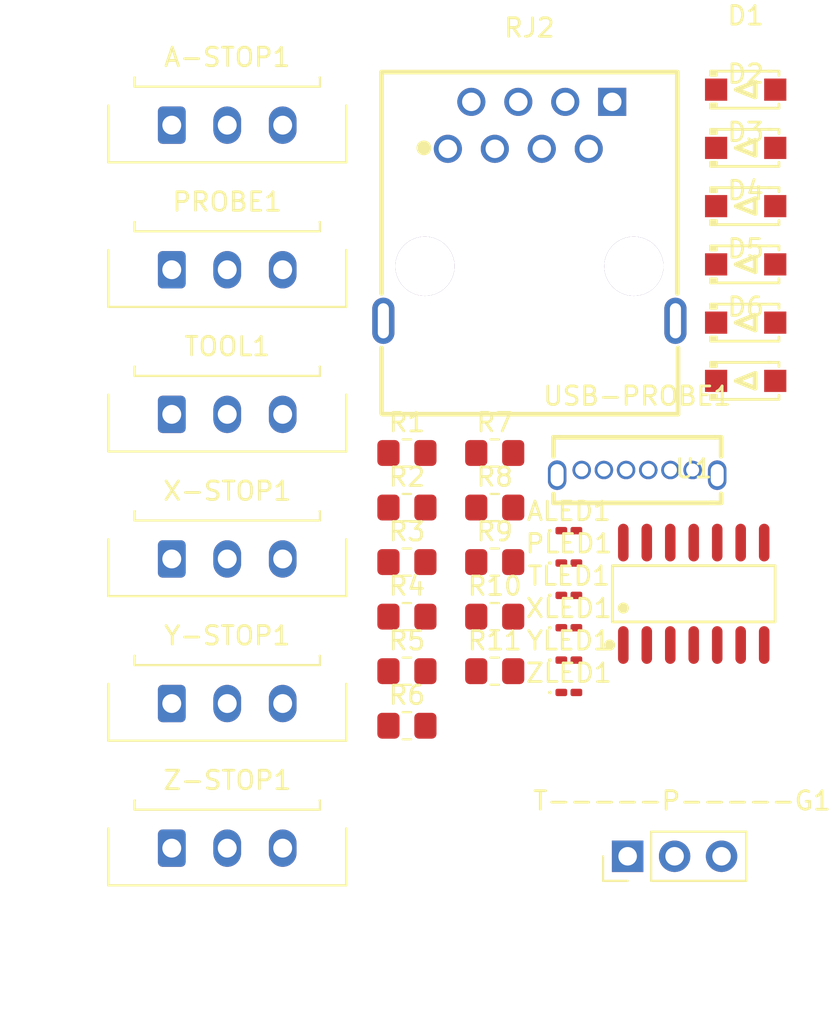
<source format=kicad_pcb>
(kicad_pcb (version 20240108) (generator "pcbnew") (generator_version "8.0")
  (layers (0 "F.Cu" signal) (31 "B.Cu" signal) (34 "B.Paste" user) (35 "F.Paste" user) (36 "B.SilkS" user "B.Silkscreen") (37 "F.SilkS" user "F.Silkscreen") (38 "B.Mask" user) (39 "F.Mask" user) (44 "Edge.Cuts" user))
  (net 0 "")
  (net 1 "GND")
  (net 2 "Net-(D4-K)")
  (net 3 "Aend")
  (net 4 "Net-(ALED1--)")
  (net 5 "VCC")
  (net 6 "Net-(D1-K)")
  (net 7 "Net-(D2-K)")
  (net 8 "Net-(D3-K)")
  (net 9 "Net-(D5-K)")
  (net 10 "Net-(D6-K)")
  (net 11 "Net-(PLED1--)")
  (net 12 "Probe2")
  (net 13 "Net-(XLED1--)")
  (net 14 "Xend2")
  (net 15 "Yend2")
  (net 16 "Net-(YLED1--)")
  (net 17 "Zend2")
  (net 18 "Net-(ZLED1--)")
  (net 19 "Tool")
  (net 20 "Net-(TLED1--)")
  (net 21 "Xend1")
  (net 22 "Yend1")
  (net 23 "Zend1")
  (net 24 "Probe1")
  (net 25 "Shield")
  (net 33 "Probe")
  (footprint "Resistor_SMD:R_0805_2012Metric_Pad1.20x1.40mm_HandSolder" (layer "F.Cu") (at 126.87 89.19)
    (property "Reference" "R7" (at 0 -1.65 0) (layer "F.SilkS"))
    (property "Value" "33K")
    (fp_line (start -0.227064 -0.735) (end 0.227064 -0.735) (stroke (width 0.12)) (layer "F.SilkS"))
    (fp_line (start -0.227064 0.735) (end 0.227064 0.735) (stroke (width 0.12)) (layer "F.SilkS"))
    (pad "1" smd roundrect (at -1 0) (size 1.2 1.4) (layers "F.Cu" "F.Paste" "F.Mask") (roundrect_rratio 0.208333) (net 21 "Xend1"))
    (pad "2" smd roundrect (at 1 0) (size 1.2 1.4) (layers "F.Cu" "F.Paste" "F.Mask") (roundrect_rratio 0.208333) (net 5 "VCC"))
  )
  (footprint "thin sensor pcb custom:USB-C-TH_KH-TYPE-C-L10-6P" (layer "F.Cu") (at 134.575 90.25)
    (property "Reference" "USB-PROBE1" (at 0 -4.14 0) (layer "F.SilkS"))
    (property "Value" "KH-TYPE-C-L10-6P")
    (fp_line (start -4.53 -1.91) (end -4.53 -0.88) (stroke (width 0.25)) (layer "F.SilkS"))
    (fp_line (start -4.53 1.16) (end -4.53 1.64) (stroke (width 0.25)) (layer "F.SilkS"))
    (fp_line (start -4.53 1.64) (end -4.19 1.64) (stroke (width 0.25)) (layer "F.SilkS"))
    (fp_line (start -4.19 -1.91) (end -4.53 -1.91) (stroke (width 0.25)) (layer "F.SilkS"))
    (fp_line (start -4.19 -1.91) (end 4.21 -1.91) (stroke (width 0.25)) (layer "F.SilkS"))
    (fp_line (start -4.19 1.64) (end -4.19 1.64) (stroke (width 0.25)) (layer "F.SilkS"))
    (fp_line (start -4.19 1.64) (end 4.21 1.64) (stroke (width 0.25)) (layer "F.SilkS"))
    (fp_line (start 3.96 1.64) (end 3.96 1.64) (stroke (width 0.25)) (layer "F.SilkS"))
    (fp_line (start 4.21 -1.91) (end 4.54 -1.91) (stroke (width 0.25)) (layer "F.SilkS"))
    (fp_line (start 4.54 -1.91) (end 4.54 -0.88) (stroke (width 0.25)) (layer "F.SilkS"))
    (fp_line (start 4.54 1.15) (end 4.54 1.64) (stroke (width 0.25)) (layer "F.SilkS"))
    (fp_line (start 4.54 1.64) (end 3.96 1.64) (stroke (width 0.25)) (layer "F.SilkS"))
    (pad "1" thru_hole oval (at -4.33 0.14) (size 1 1.6) (drill oval 0.700024 1.199998) (layers "*.Cu" "*.Mask") (net 25 "Shield"))
    (pad "2" thru_hole oval (at 4.33 0.14) (size 1 1.6) (drill oval 0.700024 1.199998) (layers "*.Cu" "*.Mask") (net 25 "Shield"))
    (pad "A5" thru_hole circle (at -0.6 -0.14) (size 1 1) (drill 0.700024) (layers "*.Cu" "*.Mask") (net 12 "Probe2"))
    (pad "A9" thru_hole circle (at 1.8 -0.14) (size 1 1) (drill 0.700024) (layers "*.Cu" "*.Mask") (net 5 "VCC"))
    (pad "A12" thru_hole circle (at 3 -0.14) (size 1 1) (drill 0.700024) (layers "*.Cu" "*.Mask") (net 1 "GND"))
    (pad "B5" thru_hole circle (at 0.6 -0.14) (size 1 1) (drill 0.700024) (layers "*.Cu" "*.Mask") (net 12 "Probe2"))
    (pad "B9" thru_hole circle (at -1.8 -0.14) (size 1 1) (drill 0.700024) (layers "*.Cu" "*.Mask") (net 5 "VCC"))
    (pad "B12" thru_hole circle (at -3 -0.14) (size 1 1) (drill 0.700024) (layers "*.Cu" "*.Mask") (net 1 "GND"))
  )
  (footprint "Resistor_SMD:R_0805_2012Metric_Pad1.20x1.40mm_HandSolder" (layer "F.Cu") (at 122.12 92.14)
    (property "Reference" "R2" (at 0 -1.65 0) (layer "F.SilkS"))
    (property "Value" "3.3K")
    (fp_line (start -0.227064 -0.735) (end 0.227064 -0.735) (stroke (width 0.12)) (layer "F.SilkS"))
    (fp_line (start -0.227064 0.735) (end 0.227064 0.735) (stroke (width 0.12)) (layer "F.SilkS"))
    (pad "1" smd roundrect (at -1 0) (size 1.2 1.4) (layers "F.Cu" "F.Paste" "F.Mask") (roundrect_rratio 0.208333) (net 15 "Yend2"))
    (pad "2" smd roundrect (at 1 0) (size 1.2 1.4) (layers "F.Cu" "F.Paste" "F.Mask") (roundrect_rratio 0.208333) (net 16 "Net-(YLED1--)"))
  )
  (footprint "Resistor_SMD:R_0805_2012Metric_Pad1.20x1.40mm_HandSolder" (layer "F.Cu") (at 126.87 98.04)
    (property "Reference" "R10" (at 0 -1.65 0) (layer "F.SilkS"))
    (property "Value" "33K")
    (fp_line (start -0.227064 -0.735) (end 0.227064 -0.735) (stroke (width 0.12)) (layer "F.SilkS"))
    (fp_line (start -0.227064 0.735) (end 0.227064 0.735) (stroke (width 0.12)) (layer "F.SilkS"))
    (pad "1" smd roundrect (at -1 0) (size 1.2 1.4) (layers "F.Cu" "F.Paste" "F.Mask") (roundrect_rratio 0.208333) (net 19 "Tool"))
    (pad "2" smd roundrect (at 1 0) (size 1.2 1.4) (layers "F.Cu" "F.Paste" "F.Mask") (roundrect_rratio 0.208333) (net 5 "VCC"))
  )
  (footprint "LED_SMD:LED_0201_0603Metric_Pad0.64x0.40mm_HandSolder" (layer "F.Cu") (at 130.88 98.64)
    (property "Reference" "XLED1" (at 0 -1.05 0) (layer "F.SilkS"))
    (property "Value" "SZYY0603R")
    (fp_circle (center -1.035 0) (end -0.985 0) (stroke (width 0.1)) (fill none) (layer "F.SilkS"))
    (pad "1" smd roundrect (at -0.4075 0) (size 0.635 0.4) (layers "F.Cu" "F.Mask") (net 5 "VCC"))
    (pad "2" smd roundrect (at 0.4075 0) (size 0.635 0.4) (layers "F.Cu" "F.Mask") (net 13 "Net-(XLED1--)"))
  )
  (footprint "thin sensor pcb custom:SOD-123FL_L2.8-W1.8-LS3.7-RD" (layer "F.Cu") (at 140.445 75.84)
    (property "Reference" "D3" (at 0 -4 0) (layer "F.SilkS"))
    (property "Value" "DSS14")
    (fp_line (start -1.9 -1) (end -1.9 -0.78) (stroke (width 0.15)) (layer "F.SilkS"))
    (fp_line (start -1.9 0.78) (end -1.9 1) (stroke (width 0.15)) (layer "F.SilkS"))
    (fp_line (start -1.9 1) (end 1.6 1) (stroke (width 0.15)) (layer "F.SilkS"))
    (fp_line (start -1.79 -0.78) (end -1.79 -1) (stroke (width 0.15)) (layer "F.SilkS"))
    (fp_line (start -1.79 1) (end -1.79 0.78) (stroke (width 0.15)) (layer "F.SilkS"))
    (fp_line (start -1.69 -1) (end -1.69 -0.78) (stroke (width 0.15)) (layer "F.SilkS"))
    (fp_line (start -1.69 0.78) (end -1.69 1) (stroke (width 0.15)) (layer "F.SilkS"))
    (fp_line (start -1.59 -1) (end -1.59 -0.78) (stroke (width 0.15)) (layer "F.SilkS"))
    (fp_line (start -1.59 -0.78) (end -1.9 -0.78) (stroke (width 0.15)) (layer "F.SilkS"))
    (fp_line (start -1.59 0.78) (end -1.9 0.78) (stroke (width 0.15)) (layer "F.SilkS"))
    (fp_line (start -1.59 0.78) (end -1.59 1) (stroke (width 0.15)) (layer "F.SilkS"))
    (fp_line (start -0.51 0) (end 0.51 -0.41) (stroke (width 0.25)) (layer "F.SilkS"))
    (fp_line (start 0.51 -0.41) (end 0.51 0.4) (stroke (width 0.25)) (layer "F.SilkS"))
    (fp_line (start 0.51 0.4) (end -0.51 0) (stroke (width 0.25)) (layer "F.SilkS"))
    (fp_line (start 1.4 -1) (end -1.9 -1) (stroke (width 0.15)) (layer "F.SilkS"))
    (fp_line (start 1.6 1) (end 1.8 1) (stroke (width 0.15)) (layer "F.SilkS"))
    (fp_line (start 1.8 -1) (end 1.2 -1) (stroke (width 0.15)) (layer "F.SilkS"))
    (fp_line (start 1.8 -0.78) (end 1.8 -1) (stroke (width 0.15)) (layer "F.SilkS"))
    (fp_line (start 1.8 1) (end 1.8 0.78) (stroke (width 0.15)) (layer "F.SilkS"))
    (pad "1" smd rect (at -1.6 0) (size 1.2 1.2) (layers "F.Cu" "F.Paste" "F.Mask") (net 8 "Net-(D3-K)"))
    (pad "2" smd rect (at 1.6 0) (size 1.2 1.2) (layers "F.Cu" "F.Paste" "F.Mask") (net 5 "VCC"))
  )
  (footprint "Resistor_SMD:R_0805_2012Metric_Pad1.20x1.40mm_HandSolder" (layer "F.Cu") (at 126.87 92.14)
    (property "Reference" "R8" (at 0 -1.65 0) (layer "F.SilkS"))
    (property "Value" "33K")
    (fp_line (start -0.227064 -0.735) (end 0.227064 -0.735) (stroke (width 0.12)) (layer "F.SilkS"))
    (fp_line (start -0.227064 0.735) (end 0.227064 0.735) (stroke (width 0.12)) (layer "F.SilkS"))
    (pad "1" smd roundrect (at -1 0) (size 1.2 1.4) (layers "F.Cu" "F.Paste" "F.Mask") (roundrect_rratio 0.208333) (net 22 "Yend1"))
    (pad "2" smd roundrect (at 1 0) (size 1.2 1.4) (layers "F.Cu" "F.Paste" "F.Mask") (roundrect_rratio 0.208333) (net 5 "VCC"))
  )
  (footprint "thin sensor pcb custom:SOD-123FL_L2.8-W1.8-LS3.7-RD" (layer "F.Cu") (at 140.445 69.54)
    (property "Reference" "D1" (at 0 -4 0) (layer "F.SilkS"))
    (property "Value" "DSS14")
    (fp_line (start -1.9 -1) (end -1.9 -0.78) (stroke (width 0.15)) (layer "F.SilkS"))
    (fp_line (start -1.9 0.78) (end -1.9 1) (stroke (width 0.15)) (layer "F.SilkS"))
    (fp_line (start -1.9 1) (end 1.6 1) (stroke (width 0.15)) (layer "F.SilkS"))
    (fp_line (start -1.79 -0.78) (end -1.79 -1) (stroke (width 0.15)) (layer "F.SilkS"))
    (fp_line (start -1.79 1) (end -1.79 0.78) (stroke (width 0.15)) (layer "F.SilkS"))
    (fp_line (start -1.69 -1) (end -1.69 -0.78) (stroke (width 0.15)) (layer "F.SilkS"))
    (fp_line (start -1.69 0.78) (end -1.69 1) (stroke (width 0.15)) (layer "F.SilkS"))
    (fp_line (start -1.59 -1) (end -1.59 -0.78) (stroke (width 0.15)) (layer "F.SilkS"))
    (fp_line (start -1.59 -0.78) (end -1.9 -0.78) (stroke (width 0.15)) (layer "F.SilkS"))
    (fp_line (start -1.59 0.78) (end -1.9 0.78) (stroke (width 0.15)) (layer "F.SilkS"))
    (fp_line (start -1.59 0.78) (end -1.59 1) (stroke (width 0.15)) (layer "F.SilkS"))
    (fp_line (start -0.51 0) (end 0.51 -0.41) (stroke (width 0.25)) (layer "F.SilkS"))
    (fp_line (start 0.51 -0.41) (end 0.51 0.4) (stroke (width 0.25)) (layer "F.SilkS"))
    (fp_line (start 0.51 0.4) (end -0.51 0) (stroke (width 0.25)) (layer "F.SilkS"))
    (fp_line (start 1.4 -1) (end -1.9 -1) (stroke (width 0.15)) (layer "F.SilkS"))
    (fp_line (start 1.6 1) (end 1.8 1) (stroke (width 0.15)) (layer "F.SilkS"))
    (fp_line (start 1.8 -1) (end 1.2 -1) (stroke (width 0.15)) (layer "F.SilkS"))
    (fp_line (start 1.8 -0.78) (end 1.8 -1) (stroke (width 0.15)) (layer "F.SilkS"))
    (fp_line (start 1.8 1) (end 1.8 0.78) (stroke (width 0.15)) (layer "F.SilkS"))
    (pad "1" smd rect (at -1.6 0) (size 1.2 1.2) (layers "F.Cu" "F.Paste" "F.Mask") (net 6 "Net-(D1-K)"))
    (pad "2" smd rect (at 1.6 0) (size 1.2 1.2) (layers "F.Cu" "F.Paste" "F.Mask") (net 5 "VCC"))
  )
  (footprint "Connector_Molex:Molex_Micro-Fit_3.0_43650-0315_1x03_P3.00mm_Vertical" (layer "F.Cu") (at 109.4 94.92)
    (property "Reference" "X-STOP1" (at 3 -3.67 0) (layer "F.SilkS"))
    (property "Value" "Molex Microfit 3.0 43650-0315")
    (fp_line (start -3.435 -1.065) (end -3.435 2.01) (stroke (width 0.12)) (layer "F.SilkS"))
    (fp_line (start -3.435 2.01) (end 9.435 2.01) (stroke (width 0.12)) (layer "F.SilkS"))
    (fp_line (start -2.015 -2.58) (end -2.015 -2.08) (stroke (width 0.12)) (layer "F.SilkS"))
    (fp_line (start -2.015 -2.08) (end 8.015 -2.08) (stroke (width 0.12)) (layer "F.SilkS"))
    (fp_line (start -1.995 -2.58) (end -2.015 -2.58) (stroke (width 0.12)) (layer "F.SilkS"))
    (fp_line (start 8.015 -2.58) (end 7.995 -2.58) (stroke (width 0.12)) (layer "F.SilkS"))
    (fp_line (start 8.015 -2.08) (end 8.015 -2.58) (stroke (width 0.12)) (layer "F.SilkS"))
    (fp_line (start 9.435 2.01) (end 9.435 -1.065) (stroke (width 0.12)) (layer "F.SilkS"))
    (pad "" np_thru_hole circle (at -3 -1.96) (size 1.27 1.27) (drill 1.27) (layers "*.Cu" "*.Mask"))
    (pad "" np_thru_hole circle (at 9 -1.96) (size 1.27 1.27) (drill 1.27) (layers "*.Cu" "*.Mask"))
    (pad "1" thru_hole roundrect (at 0 0) (size 1.5 2.02) (drill 1.02) (layers "*.Cu" "*.Mask") (roundrect_rratio 0.166667) (net 1 "GND"))
    (pad "2" thru_hole oval (at 3 0) (size 1.5 2.02) (drill 1.02) (layers "*.Cu" "*.Mask") (net 14 "Xend2"))
    (pad "3" thru_hole oval (at 6 0) (size 1.5 2.02) (drill 1.02) (layers "*.Cu" "*.Mask") (net 6 "Net-(D1-K)"))
  )
  (footprint "thin sensor pcb custom:SOD-123FL_L2.8-W1.8-LS3.7-RD" (layer "F.Cu") (at 140.445 82.14)
    (property "Reference" "D5" (at 0 -4 0) (layer "F.SilkS"))
    (property "Value" "DSS14")
    (fp_line (start -1.9 -1) (end -1.9 -0.78) (stroke (width 0.15)) (layer "F.SilkS"))
    (fp_line (start -1.9 0.78) (end -1.9 1) (stroke (width 0.15)) (layer "F.SilkS"))
    (fp_line (start -1.9 1) (end 1.6 1) (stroke (width 0.15)) (layer "F.SilkS"))
    (fp_line (start -1.79 -0.78) (end -1.79 -1) (stroke (width 0.15)) (layer "F.SilkS"))
    (fp_line (start -1.79 1) (end -1.79 0.78) (stroke (width 0.15)) (layer "F.SilkS"))
    (fp_line (start -1.69 -1) (end -1.69 -0.78) (stroke (width 0.15)) (layer "F.SilkS"))
    (fp_line (start -1.69 0.78) (end -1.69 1) (stroke (width 0.15)) (layer "F.SilkS"))
    (fp_line (start -1.59 -1) (end -1.59 -0.78) (stroke (width 0.15)) (layer "F.SilkS"))
    (fp_line (start -1.59 -0.78) (end -1.9 -0.78) (stroke (width 0.15)) (layer "F.SilkS"))
    (fp_line (start -1.59 0.78) (end -1.9 0.78) (stroke (width 0.15)) (layer "F.SilkS"))
    (fp_line (start -1.59 0.78) (end -1.59 1) (stroke (width 0.15)) (layer "F.SilkS"))
    (fp_line (start -0.51 0) (end 0.51 -0.41) (stroke (width 0.25)) (layer "F.SilkS"))
    (fp_line (start 0.51 -0.41) (end 0.51 0.4) (stroke (width 0.25)) (layer "F.SilkS"))
    (fp_line (start 0.51 0.4) (end -0.51 0) (stroke (width 0.25)) (layer "F.SilkS"))
    (fp_line (start 1.4 -1) (end -1.9 -1) (stroke (width 0.15)) (layer "F.SilkS"))
    (fp_line (start 1.6 1) (end 1.8 1) (stroke (width 0.15)) (layer "F.SilkS"))
    (fp_line (start 1.8 -1) (end 1.2 -1) (stroke (width 0.15)) (layer "F.SilkS"))
    (fp_line (start 1.8 -0.78) (end 1.8 -1) (stroke (width 0.15)) (layer "F.SilkS"))
    (fp_line (start 1.8 1) (end 1.8 0.78) (stroke (width 0.15)) (layer "F.SilkS"))
    (pad "1" smd rect (at -1.6 0) (size 1.2 1.2) (layers "F.Cu" "F.Paste" "F.Mask") (net 9 "Net-(D5-K)"))
    (pad "2" smd rect (at 1.6 0) (size 1.2 1.2) (layers "F.Cu" "F.Paste" "F.Mask") (net 5 "VCC"))
  )
  (footprint "LED_SMD:LED_0201_0603Metric_Pad0.64x0.40mm_HandSolder" (layer "F.Cu") (at 130.88 100.39)
    (property "Reference" "YLED1" (at 0 -1.05 0) (layer "F.SilkS"))
    (property "Value" "SZYY0603B")
    (fp_circle (center -1.035 0) (end -0.985 0) (stroke (width 0.1)) (fill none) (layer "F.SilkS"))
    (pad "1" smd roundrect (at -0.4075 0) (size 0.635 0.4) (layers "F.Cu" "F.Mask") (net 5 "VCC"))
    (pad "2" smd roundrect (at 0.4075 0) (size 0.635 0.4) (layers "F.Cu" "F.Mask") (net 16 "Net-(YLED1--)"))
  )
  (footprint "Resistor_SMD:R_0805_2012Metric_Pad1.20x1.40mm_HandSolder" (layer "F.Cu") (at 122.12 89.19)
    (property "Reference" "R1" (at 0 -1.65 0) (layer "F.SilkS"))
    (property "Value" "3.3K")
    (fp_line (start -0.227064 -0.735) (end 0.227064 -0.735) (stroke (width 0.12)) (layer "F.SilkS"))
    (fp_line (start -0.227064 0.735) (end 0.227064 0.735) (stroke (width 0.12)) (layer "F.SilkS"))
    (pad "1" smd roundrect (at -1 0) (size 1.2 1.4) (layers "F.Cu" "F.Paste" "F.Mask") (roundrect_rratio 0.208333) (net 14 "Xend2"))
    (pad "2" smd roundrect (at 1 0) (size 1.2 1.4) (layers "F.Cu" "F.Paste" "F.Mask") (roundrect_rratio 0.208333) (net 13 "Net-(XLED1--)"))
  )
  (footprint "Resistor_SMD:R_0805_2012Metric_Pad1.20x1.40mm_HandSolder" (layer "F.Cu") (at 126.87 95.09)
    (property "Reference" "R9" (at 0 -1.65 0) (layer "F.SilkS"))
    (property "Value" "33K")
    (fp_line (start -0.227064 -0.735) (end 0.227064 -0.735) (stroke (width 0.12)) (layer "F.SilkS"))
    (fp_line (start -0.227064 0.735) (end 0.227064 0.735) (stroke (width 0.12)) (layer "F.SilkS"))
    (pad "1" smd roundrect (at -1 0) (size 1.2 1.4) (layers "F.Cu" "F.Paste" "F.Mask") (roundrect_rratio 0.208333) (net 23 "Zend1"))
    (pad "2" smd roundrect (at 1 0) (size 1.2 1.4) (layers "F.Cu" "F.Paste" "F.Mask") (roundrect_rratio 0.208333) (net 5 "VCC"))
  )
  (footprint "thin sensor pcb custom:SOIC-14_L8.7-W3.9-P1.27-LS6.0-BL" (layer "F.Cu") (at 137.635 96.805)
    (property "Reference" "U1" (at 0 -6.77 0) (layer "F.SilkS"))
    (property "Value" "CD4030BM96")
    (fp_line (start -4.4 -1.52) (end 4.4 -1.52) (stroke (width 0.15)) (layer "F.SilkS"))
    (fp_line (start -4.4 1.52) (end -4.4 -1.52) (stroke (width 0.15)) (layer "F.SilkS"))
    (fp_line (start 4.4 -1.52) (end 4.4 1.52) (stroke (width 0.15)) (layer "F.SilkS"))
    (fp_line (start 4.4 1.52) (end -4.4 1.52) (stroke (width 0.15)) (layer "F.SilkS"))
    (fp_circle (center -4.55 2.77) (end -4.4 2.77) (stroke (width 0.3)) (fill none) (layer "F.SilkS"))
    (fp_circle (center -3.81 0.77) (end -3.66 0.77) (stroke (width 0.3)) (fill none) (layer "F.SilkS"))
    (pad "1" smd oval (at -3.81 2.77) (size 0.57 2.04) (layers "F.Cu" "F.Paste" "F.Mask"))
    (pad "2" smd oval (at -2.54 2.77) (size 0.57 2.04) (layers "F.Cu" "F.Paste" "F.Mask"))
    (pad "3" smd oval (at -1.27 2.77) (size 0.57 2.04) (layers "F.Cu" "F.Paste" "F.Mask"))
    (pad "4" smd oval (at 0 2.77) (size 0.57 2.04) (layers "F.Cu" "F.Paste" "F.Mask"))
    (pad "5" smd oval (at 1.27 2.77) (size 0.57 2.04) (layers "F.Cu" "F.Paste" "F.Mask"))
    (pad "6" smd oval (at 2.54 2.77) (size 0.57 2.04) (layers "F.Cu" "F.Paste" "F.Mask"))
    (pad "7" smd oval (at 3.81 2.77) (size 0.57 2.04) (layers "F.Cu" "F.Paste" "F.Mask") (net 1 "GND"))
    (pad "8" smd oval (at 3.81 -2.77) (size 0.57 2.04) (layers "F.Cu" "F.Paste" "F.Mask"))
    (pad "9" smd oval (at 2.54 -2.77) (size 0.57 2.04) (layers "F.Cu" "F.Paste" "F.Mask"))
    (pad "10" smd oval (at 1.27 -2.77) (size 0.57 2.04) (layers "F.Cu" "F.Paste" "F.Mask"))
    (pad "11" smd oval (at 0 -2.77) (size 0.57 2.04) (layers "F.Cu" "F.Paste" "F.Mask") (net 33 "Probe"))
    (pad "12" smd oval (at -1.27 -2.77) (size 0.57 2.04) (layers "F.Cu" "F.Paste" "F.Mask") (net 24 "Probe1"))
    (pad "13" smd oval (at -2.54 -2.77) (size 0.57 2.04) (layers "F.Cu" "F.Paste" "F.Mask") (net 12 "Probe2"))
    (pad "14" smd oval (at -3.81 -2.77) (size 0.57 2.04) (layers "F.Cu" "F.Paste" "F.Mask") (net 5 "VCC"))
  )
  (footprint "Resistor_SMD:R_0805_2012Metric_Pad1.20x1.40mm_HandSolder" (layer "F.Cu") (at 122.12 100.99)
    (property "Reference" "R5" (at 0 -1.65 0) (layer "F.SilkS"))
    (property "Value" "3.3K")
    (fp_line (start -0.227064 -0.735) (end 0.227064 -0.735) (stroke (width 0.12)) (layer "F.SilkS"))
    (fp_line (start -0.227064 0.735) (end 0.227064 0.735) (stroke (width 0.12)) (layer "F.SilkS"))
    (pad "1" smd roundrect (at -1 0) (size 1.2 1.4) (layers "F.Cu" "F.Paste" "F.Mask") (roundrect_rratio 0.208333) (net 19 "Tool"))
    (pad "2" smd roundrect (at 1 0) (size 1.2 1.4) (layers "F.Cu" "F.Paste" "F.Mask") (roundrect_rratio 0.208333) (net 20 "Net-(TLED1--)"))
  )
  (footprint "Connector_PinHeader_2.54mm:PinHeader_1x03_P2.54mm_Vertical" (layer "F.Cu") (at 134.06 111 90)
    (property "Reference" "T-----P-----G1" (at 3 2.94 180) (layer "F.SilkS"))
    (property "Value" "Header-Male-2.54_1x3")
    (fp_line (start -1.33 -1.33) (end 0 -1.33) (stroke (width 0.12)) (layer "F.SilkS"))
    (fp_line (start -1.33 0) (end -1.33 -1.33) (stroke (width 0.12)) (layer "F.SilkS"))
    (fp_line (start 1.33 1.27) (end 1.33 6.41) (stroke (width 0.12)) (layer "F.SilkS"))
    (fp_line (start -1.33 1.27) (end 1.33 1.27) (stroke (width 0.12)) (layer "F.SilkS"))
    (fp_line (start -1.33 1.27) (end -1.33 6.41) (stroke (width 0.12)) (layer "F.SilkS"))
    (fp_line (start -1.33 6.41) (end 1.33 6.41) (stroke (width 0.12)) (layer "F.SilkS"))
    (pad "1" thru_hole rect (at 0 0 90) (size 1.7 1.7) (drill 1) (layers "*.Cu" "*.Mask") (net 19 "Tool"))
    (pad "2" thru_hole oval (at 0 2.54 90) (size 1.7 1.7) (drill 1) (layers "*.Cu" "*.Mask") (net 24 "Probe1"))
    (pad "3" thru_hole oval (at 0 5.08 90) (size 1.7 1.7) (drill 1) (layers "*.Cu" "*.Mask") (net 1 "GND"))
  )
  (footprint "Resistor_SMD:R_0805_2012Metric_Pad1.20x1.40mm_HandSolder" (layer "F.Cu") (at 122.12 98.04)
    (property "Reference" "R4" (at 0 -1.65 0) (layer "F.SilkS"))
    (property "Value" "3.3K")
    (fp_line (start -0.227064 -0.735) (end 0.227064 -0.735) (stroke (width 0.12)) (layer "F.SilkS"))
    (fp_line (start -0.227064 0.735) (end 0.227064 0.735) (stroke (width 0.12)) (layer "F.SilkS"))
    (pad "1" smd roundrect (at -1 0) (size 1.2 1.4) (layers "F.Cu" "F.Paste" "F.Mask") (roundrect_rratio 0.208333) (net 3 "Aend"))
    (pad "2" smd roundrect (at 1 0) (size 1.2 1.4) (layers "F.Cu" "F.Paste" "F.Mask") (roundrect_rratio 0.208333) (net 4 "Net-(ALED1--)"))
  )
  (footprint "LED_SMD:LED_0201_0603Metric_Pad0.64x0.40mm_HandSolder" (layer "F.Cu") (at 130.88 102.14)
    (property "Reference" "ZLED1" (at 0 -1.05 0) (layer "F.SilkS"))
    (property "Value" "SZYY0603R")
    (fp_circle (center -1.035 0) (end -0.985 0) (stroke (width 0.1)) (fill none) (layer "F.SilkS"))
    (pad "1" smd roundrect (at -0.4075 0) (size 0.635 0.4) (layers "F.Cu" "F.Mask") (net 5 "VCC"))
    (pad "2" smd roundrect (at 0.4075 0) (size 0.635 0.4) (layers "F.Cu" "F.Mask") (net 18 "Net-(ZLED1--)"))
  )
  (footprint "LED_SMD:LED_0201_0603Metric_Pad0.64x0.40mm_HandSolder" (layer "F.Cu") (at 130.88 93.39)
    (property "Reference" "ALED1" (at 0 -1.05 0) (layer "F.SilkS"))
    (property "Value" "SZYY0603B")
    (fp_circle (center -1.035 0) (end -0.985 0) (stroke (width 0.1)) (fill none) (layer "F.SilkS"))
    (pad "1" smd roundrect (at -0.4075 0) (size 0.635 0.4) (layers "F.Cu" "F.Mask") (net 5 "VCC"))
    (pad "2" smd roundrect (at 0.4075 0) (size 0.635 0.4) (layers "F.Cu" "F.Mask") (net 4 "Net-(ALED1--)"))
  )
  (footprint "Connector_Molex:Molex_Micro-Fit_3.0_43650-0315_1x03_P3.00mm_Vertical" (layer "F.Cu") (at 109.4 79.28)
    (property "Reference" "PROBE1" (at 3 -3.67 0) (layer "F.SilkS"))
    (property "Value" "Molex Microfit 3.0 43650-0315")
    (fp_line (start -3.435 -1.065) (end -3.435 2.01) (stroke (width 0.12)) (layer "F.SilkS"))
    (fp_line (start -3.435 2.01) (end 9.435 2.01) (stroke (width 0.12)) (layer "F.SilkS"))
    (fp_line (start -2.015 -2.58) (end -2.015 -2.08) (stroke (width 0.12)) (layer "F.SilkS"))
    (fp_line (start -2.015 -2.08) (end 8.015 -2.08) (stroke (width 0.12)) (layer "F.SilkS"))
    (fp_line (start -1.995 -2.58) (end -2.015 -2.58) (stroke (width 0.12)) (layer "F.SilkS"))
    (fp_line (start 8.015 -2.58) (end 7.995 -2.58) (stroke (width 0.12)) (layer "F.SilkS"))
    (fp_line (start 8.015 -2.08) (end 8.015 -2.58) (stroke (width 0.12)) (layer "F.SilkS"))
    (fp_line (start 9.435 2.01) (end 9.435 -1.065) (stroke (width 0.12)) (layer "F.SilkS"))
    (pad "" np_thru_hole circle (at -3 -1.96) (size 1.27 1.27) (drill 1.27) (layers "*.Cu" "*.Mask"))
    (pad "" np_thru_hole circle (at 9 -1.96) (size 1.27 1.27) (drill 1.27) (layers "*.Cu" "*.Mask"))
    (pad "1" thru_hole roundrect (at 0 0) (size 1.5 2.02) (drill 1.02) (layers "*.Cu" "*.Mask") (roundrect_rratio 0.166667) (net 1 "GND"))
    (pad "2" thru_hole oval (at 3 0) (size 1.5 2.02) (drill 1.02) (layers "*.Cu" "*.Mask") (net 12 "Probe2"))
    (pad "3" thru_hole oval (at 6 0) (size 1.5 2.02) (drill 1.02) (layers "*.Cu" "*.Mask") (net 10 "Net-(D6-K)"))
  )
  (footprint "Connector_Molex:Molex_Micro-Fit_3.0_43650-0315_1x03_P3.00mm_Vertical" (layer "F.Cu") (at 109.4 110.56)
    (property "Reference" "Z-STOP1" (at 3 -3.67 0) (layer "F.SilkS"))
    (property "Value" "Molex Microfit 3.0 43650-0315")
    (fp_line (start -3.435 -1.065) (end -3.435 2.01) (stroke (width 0.12)) (layer "F.SilkS"))
    (fp_line (start -3.435 2.01) (end 9.435 2.01) (stroke (width 0.12)) (layer "F.SilkS"))
    (fp_line (start -2.015 -2.58) (end -2.015 -2.08) (stroke (width 0.12)) (layer "F.SilkS"))
    (fp_line (start -2.015 -2.08) (end 8.015 -2.08) (stroke (width 0.12)) (layer "F.SilkS"))
    (fp_line (start -1.995 -2.58) (end -2.015 -2.58) (stroke (width 0.12)) (layer "F.SilkS"))
    (fp_line (start 8.015 -2.58) (end 7.995 -2.58) (stroke (width 0.12)) (layer "F.SilkS"))
    (fp_line (start 8.015 -2.08) (end 8.015 -2.58) (stroke (width 0.12)) (layer "F.SilkS"))
    (fp_line (start 9.435 2.01) (end 9.435 -1.065) (stroke (width 0.12)) (layer "F.SilkS"))
    (pad "" np_thru_hole circle (at -3 -1.96) (size 1.27 1.27) (drill 1.27) (layers "*.Cu" "*.Mask"))
    (pad "" np_thru_hole circle (at 9 -1.96) (size 1.27 1.27) (drill 1.27) (layers "*.Cu" "*.Mask"))
    (pad "1" thru_hole roundrect (at 0 0) (size 1.5 2.02) (drill 1.02) (layers "*.Cu" "*.Mask") (roundrect_rratio 0.166667) (net 1 "GND"))
    (pad "2" thru_hole oval (at 3 0) (size 1.5 2.02) (drill 1.02) (layers "*.Cu" "*.Mask") (net 17 "Zend2"))
    (pad "3" thru_hole oval (at 6 0) (size 1.5 2.02) (drill 1.02) (layers "*.Cu" "*.Mask") (net 8 "Net-(D3-K)"))
  )
  (footprint "thin sensor pcb custom:SOD-123FL_L2.8-W1.8-LS3.7-RD" (layer "F.Cu") (at 140.445 72.69)
    (property "Reference" "D2" (at 0 -4 0) (layer "F.SilkS"))
    (property "Value" "DSS14")
    (fp_line (start -1.9 -1) (end -1.9 -0.78) (stroke (width 0.15)) (layer "F.SilkS"))
    (fp_line (start -1.9 0.78) (end -1.9 1) (stroke (width 0.15)) (layer "F.SilkS"))
    (fp_line (start -1.9 1) (end 1.6 1) (stroke (width 0.15)) (layer "F.SilkS"))
    (fp_line (start -1.79 -0.78) (end -1.79 -1) (stroke (width 0.15)) (layer "F.SilkS"))
    (fp_line (start -1.79 1) (end -1.79 0.78) (stroke (width 0.15)) (layer "F.SilkS"))
    (fp_line (start -1.69 -1) (end -1.69 -0.78) (stroke (width 0.15)) (layer "F.SilkS"))
    (fp_line (start -1.69 0.78) (end -1.69 1) (stroke (width 0.15)) (layer "F.SilkS"))
    (fp_line (start -1.59 -1) (end -1.59 -0.78) (stroke (width 0.15)) (layer "F.SilkS"))
    (fp_line (start -1.59 -0.78) (end -1.9 -0.78) (stroke (width 0.15)) (layer "F.SilkS"))
    (fp_line (start -1.59 0.78) (end -1.9 0.78) (stroke (width 0.15)) (layer "F.SilkS"))
    (fp_line (start -1.59 0.78) (end -1.59 1) (stroke (width 0.15)) (layer "F.SilkS"))
    (fp_line (start -0.51 0) (end 0.51 -0.41) (stroke (width 0.25)) (layer "F.SilkS"))
    (fp_line (start 0.51 -0.41) (end 0.51 0.4) (stroke (width 0.25)) (layer "F.SilkS"))
    (fp_line (start 0.51 0.4) (end -0.51 0) (stroke (width 0.25)) (layer "F.SilkS"))
    (fp_line (start 1.4 -1) (end -1.9 -1) (stroke (width 0.15)) (layer "F.SilkS"))
    (fp_line (start 1.6 1) (end 1.8 1) (stroke (width 0.15)) (layer "F.SilkS"))
    (fp_line (start 1.8 -1) (end 1.2 -1) (stroke (width 0.15)) (layer "F.SilkS"))
    (fp_line (start 1.8 -0.78) (end 1.8 -1) (stroke (width 0.15)) (layer "F.SilkS"))
    (fp_line (start 1.8 1) (end 1.8 0.78) (stroke (width 0.15)) (layer "F.SilkS"))
    (pad "1" smd rect (at -1.6 0) (size 1.2 1.2) (layers "F.Cu" "F.Paste" "F.Mask") (net 7 "Net-(D2-K)"))
    (pad "2" smd rect (at 1.6 0) (size 1.2 1.2) (layers "F.Cu" "F.Paste" "F.Mask") (net 5 "VCC"))
  )
  (footprint "thin sensor pcb custom:RJ45-TH_KH-RJ45-58-8P8C" (layer "F.Cu") (at 128.745 76.12)
    (property "Reference" "RJ2" (at 0 -9.92 0) (layer "F.SilkS"))
    (property "Value" "KH-RJ45-58-8P8C")
    (fp_line (start -8 -7.53) (end -8 4.44) (stroke (width 0.25)) (layer "F.SilkS"))
    (fp_line (start -8 10.92) (end -8 7.39) (stroke (width 0.25)) (layer "F.SilkS"))
    (fp_line (start 8 -7.53) (end -8 -7.53) (stroke (width 0.25)) (layer "F.SilkS"))
    (fp_line (start 8 -7.53) (end 8 4.44) (stroke (width 0.25)) (layer "F.SilkS"))
    (fp_line (start 8.04 7.39) (end 8.04 10.97) (stroke (width 0.25)) (layer "F.SilkS"))
    (fp_line (start 8.04 10.97) (end -7.96 10.97) (stroke (width 0.25)) (layer "F.SilkS"))
    (fp_circle (center -5.71 -3.43) (end -5.51 -3.43) (stroke (width 0.4)) (fill none) (layer "F.SilkS"))
    (pad "" thru_hole circle (at -5.65 2.97) (size 3.2 3.2) (drill 3.2) (layers "*.Cu" "*.Mask"))
    (pad "" thru_hole circle (at 5.65 2.97) (size 3.2 3.2) (drill 3.2) (layers "*.Cu" "*.Mask"))
    (pad "1" thru_hole circle (at -4.41 -3.38) (size 1.52 1.52) (drill 0.999998) (layers "*.Cu" "*.Mask") (net 5 "VCC"))
    (pad "2" thru_hole circle (at -3.14 -5.92) (size 1.52 1.52) (drill 0.999998) (layers "*.Cu" "*.Mask") (net 1 "GND"))
    (pad "3" thru_hole circle (at -1.87 -3.38) (size 1.52 1.52) (drill 0.999998) (layers "*.Cu" "*.Mask") (net 21 "Xend1"))
    (pad "4" thru_hole circle (at -0.6 -5.92) (size 1.52 1.52) (drill 0.999998) (layers "*.Cu" "*.Mask") (net 22 "Yend1"))
    (pad "5" thru_hole circle (at 0.67 -3.38) (size 1.52 1.52) (drill 0.999998) (layers "*.Cu" "*.Mask") (net 23 "Zend1"))
    (pad "6" thru_hole circle (at 1.94 -5.92) (size 1.52 1.52) (drill 0.999998) (layers "*.Cu" "*.Mask") (net 3 "Aend"))
    (pad "7" thru_hole circle (at 3.21 -3.38) (size 1.52 1.52) (drill 0.999998) (layers "*.Cu" "*.Mask") (net 19 "Tool"))
    (pad "8" thru_hole rect (at 4.48 -5.92) (size 1.52 1.52) (drill 0.999998) (layers "*.Cu" "*.Mask") (net 24 "Probe1"))
    (pad "9" thru_hole oval (at -7.9 5.92) (size 1.2 2.5) (drill oval 0.599999 1.899996) (layers "*.Cu" "*.Mask") (net 25 "Shield"))
    (pad "10" thru_hole oval (at 7.9 5.92) (size 1.2 2.5) (drill oval 0.599999 1.899996) (layers "*.Cu" "*.Mask") (net 25 "Shield"))
  )
  (footprint "Connector_Molex:Molex_Micro-Fit_3.0_43650-0315_1x03_P3.00mm_Vertical" (layer "F.Cu") (at 109.4 71.46)
    (property "Reference" "A-STOP1" (at 3 -3.67 0) (layer "F.SilkS"))
    (property "Value" "Molex Microfit 3.0 43650-0315")
    (fp_line (start -3.435 -1.065) (end -3.435 2.01) (stroke (width 0.12)) (layer "F.SilkS"))
    (fp_line (start -3.435 2.01) (end 9.435 2.01) (stroke (width 0.12)) (layer "F.SilkS"))
    (fp_line (start -2.015 -2.58) (end -2.015 -2.08) (stroke (width 0.12)) (layer "F.SilkS"))
    (fp_line (start -2.015 -2.08) (end 8.015 -2.08) (stroke (width 0.12)) (layer "F.SilkS"))
    (fp_line (start -1.995 -2.58) (end -2.015 -2.58) (stroke (width 0.12)) (layer "F.SilkS"))
    (fp_line (start 8.015 -2.58) (end 7.995 -2.58) (stroke (width 0.12)) (layer "F.SilkS"))
    (fp_line (start 8.015 -2.08) (end 8.015 -2.58) (stroke (width 0.12)) (layer "F.SilkS"))
    (fp_line (start 9.435 2.01) (end 9.435 -1.065) (stroke (width 0.12)) (layer "F.SilkS"))
    (pad "" np_thru_hole circle (at -3 -1.96) (size 1.27 1.27) (drill 1.27) (layers "*.Cu" "*.Mask"))
    (pad "" np_thru_hole circle (at 9 -1.96) (size 1.27 1.27) (drill 1.27) (layers "*.Cu" "*.Mask"))
    (pad "1" thru_hole roundrect (at 0 0) (size 1.5 2.02) (drill 1.02) (layers "*.Cu" "*.Mask") (roundrect_rratio 0.166667) (net 1 "GND"))
    (pad "2" thru_hole oval (at 3 0) (size 1.5 2.02) (drill 1.02) (layers "*.Cu" "*.Mask") (net 3 "Aend"))
    (pad "3" thru_hole oval (at 6 0) (size 1.5 2.02) (drill 1.02) (layers "*.Cu" "*.Mask") (net 2 "Net-(D4-K)"))
  )
  (footprint "Resistor_SMD:R_0805_2012Metric_Pad1.20x1.40mm_HandSolder" (layer "F.Cu") (at 126.87 100.99)
    (property "Reference" "R11" (at 0 -1.65 0) (layer "F.SilkS"))
    (property "Value" "33K")
    (fp_line (start -0.227064 -0.735) (end 0.227064 -0.735) (stroke (width 0.12)) (layer "F.SilkS"))
    (fp_line (start -0.227064 0.735) (end 0.227064 0.735) (stroke (width 0.12)) (layer "F.SilkS"))
    (pad "1" smd roundrect (at -1 0) (size 1.2 1.4) (layers "F.Cu" "F.Paste" "F.Mask") (roundrect_rratio 0.208333) (net 24 "Probe1"))
    (pad "2" smd roundrect (at 1 0) (size 1.2 1.4) (layers "F.Cu" "F.Paste" "F.Mask") (roundrect_rratio 0.208333) (net 5 "VCC"))
  )
  (footprint "Resistor_SMD:R_0805_2012Metric_Pad1.20x1.40mm_HandSolder" (layer "F.Cu") (at 122.12 103.94)
    (property "Reference" "R6" (at 0 -1.65 0) (layer "F.SilkS"))
    (property "Value" "3.3K")
    (fp_line (start -0.227064 -0.735) (end 0.227064 -0.735) (stroke (width 0.12)) (layer "F.SilkS"))
    (fp_line (start -0.227064 0.735) (end 0.227064 0.735) (stroke (width 0.12)) (layer "F.SilkS"))
    (pad "1" smd roundrect (at -1 0) (size 1.2 1.4) (layers "F.Cu" "F.Paste" "F.Mask") (roundrect_rratio 0.208333) (net 12 "Probe2"))
    (pad "2" smd roundrect (at 1 0) (size 1.2 1.4) (layers "F.Cu" "F.Paste" "F.Mask") (roundrect_rratio 0.208333) (net 11 "Net-(PLED1--)"))
  )
  (footprint "Connector_Molex:Molex_Micro-Fit_3.0_43650-0315_1x03_P3.00mm_Vertical" (layer "F.Cu") (at 109.4 87.1)
    (property "Reference" "TOOL1" (at 3 -3.67 0) (layer "F.SilkS"))
    (property "Value" "Molex Microfit 3.0 43650-0315")
    (fp_line (start -3.435 -1.065) (end -3.435 2.01) (stroke (width 0.12)) (layer "F.SilkS"))
    (fp_line (start -3.435 2.01) (end 9.435 2.01) (stroke (width 0.12)) (layer "F.SilkS"))
    (fp_line (start -2.015 -2.58) (end -2.015 -2.08) (stroke (width 0.12)) (layer "F.SilkS"))
    (fp_line (start -2.015 -2.08) (end 8.015 -2.08) (stroke (width 0.12)) (layer "F.SilkS"))
    (fp_line (start -1.995 -2.58) (end -2.015 -2.58) (stroke (width 0.12)) (layer "F.SilkS"))
    (fp_line (start 8.015 -2.58) (end 7.995 -2.58) (stroke (width 0.12)) (layer "F.SilkS"))
    (fp_line (start 8.015 -2.08) (end 8.015 -2.58) (stroke (width 0.12)) (layer "F.SilkS"))
    (fp_line (start 9.435 2.01) (end 9.435 -1.065) (stroke (width 0.12)) (layer "F.SilkS"))
    (pad "" np_thru_hole circle (at -3 -1.96) (size 1.27 1.27) (drill 1.27) (layers "*.Cu" "*.Mask"))
    (pad "" np_thru_hole circle (at 9 -1.96) (size 1.27 1.27) (drill 1.27) (layers "*.Cu" "*.Mask"))
    (pad "1" thru_hole roundrect (at 0 0) (size 1.5 2.02) (drill 1.02) (layers "*.Cu" "*.Mask") (roundrect_rratio 0.166667) (net 1 "GND"))
    (pad "2" thru_hole oval (at 3 0) (size 1.5 2.02) (drill 1.02) (layers "*.Cu" "*.Mask") (net 19 "Tool"))
    (pad "3" thru_hole oval (at 6 0) (size 1.5 2.02) (drill 1.02) (layers "*.Cu" "*.Mask") (net 9 "Net-(D5-K)"))
  )
  (footprint "thin sensor pcb custom:SOD-123FL_L2.8-W1.8-LS3.7-RD" (layer "F.Cu") (at 140.445 78.99)
    (property "Reference" "D4" (at 0 -4 0) (layer "F.SilkS"))
    (property "Value" "DSS14")
    (fp_line (start -1.9 -1) (end -1.9 -0.78) (stroke (width 0.15)) (layer "F.SilkS"))
    (fp_line (start -1.9 0.78) (end -1.9 1) (stroke (width 0.15)) (layer "F.SilkS"))
    (fp_line (start -1.9 1) (end 1.6 1) (stroke (width 0.15)) (layer "F.SilkS"))
    (fp_line (start -1.79 -0.78) (end -1.79 -1) (stroke (width 0.15)) (layer "F.SilkS"))
    (fp_line (start -1.79 1) (end -1.79 0.78) (stroke (width 0.15)) (layer "F.SilkS"))
    (fp_line (start -1.69 -1) (end -1.69 -0.78) (stroke (width 0.15)) (layer "F.SilkS"))
    (fp_line (start -1.69 0.78) (end -1.69 1) (stroke (width 0.15)) (layer "F.SilkS"))
    (fp_line (start -1.59 -1) (end -1.59 -0.78) (stroke (width 0.15)) (layer "F.SilkS"))
    (fp_line (start -1.59 -0.78) (end -1.9 -0.78) (stroke (width 0.15)) (layer "F.SilkS"))
    (fp_line (start -1.59 0.78) (end -1.9 0.78) (stroke (width 0.15)) (layer "F.SilkS"))
    (fp_line (start -1.59 0.78) (end -1.59 1) (stroke (width 0.15)) (layer "F.SilkS"))
    (fp_line (start -0.51 0) (end 0.51 -0.41) (stroke (width 0.25)) (layer "F.SilkS"))
    (fp_line (start 0.51 -0.41) (end 0.51 0.4) (stroke (width 0.25)) (layer "F.SilkS"))
    (fp_line (start 0.51 0.4) (end -0.51 0) (stroke (width 0.25)) (layer "F.SilkS"))
    (fp_line (start 1.4 -1) (end -1.9 -1) (stroke (width 0.15)) (layer "F.SilkS"))
    (fp_line (start 1.6 1) (end 1.8 1) (stroke (width 0.15)) (layer "F.SilkS"))
    (fp_line (start 1.8 -1) (end 1.2 -1) (stroke (width 0.15)) (layer "F.SilkS"))
    (fp_line (start 1.8 -0.78) (end 1.8 -1) (stroke (width 0.15)) (layer "F.SilkS"))
    (fp_line (start 1.8 1) (end 1.8 0.78) (stroke (width 0.15)) (layer "F.SilkS"))
    (pad "1" smd rect (at -1.6 0) (size 1.2 1.2) (layers "F.Cu" "F.Paste" "F.Mask") (net 2 "Net-(D4-K)"))
    (pad "2" smd rect (at 1.6 0) (size 1.2 1.2) (layers "F.Cu" "F.Paste" "F.Mask") (net 5 "VCC"))
  )
  (footprint "Connector_Molex:Molex_Micro-Fit_3.0_43650-0315_1x03_P3.00mm_Vertical" (layer "F.Cu") (at 109.4 102.74)
    (property "Reference" "Y-STOP1" (at 3 -3.67 0) (layer "F.SilkS"))
    (property "Value" "Molex Microfit 3.0 43650-0315")
    (fp_line (start -3.435 -1.065) (end -3.435 2.01) (stroke (width 0.12)) (layer "F.SilkS"))
    (fp_line (start -3.435 2.01) (end 9.435 2.01) (stroke (width 0.12)) (layer "F.SilkS"))
    (fp_line (start -2.015 -2.58) (end -2.015 -2.08) (stroke (width 0.12)) (layer "F.SilkS"))
    (fp_line (start -2.015 -2.08) (end 8.015 -2.08) (stroke (width 0.12)) (layer "F.SilkS"))
    (fp_line (start -1.995 -2.58) (end -2.015 -2.58) (stroke (width 0.12)) (layer "F.SilkS"))
    (fp_line (start 8.015 -2.58) (end 7.995 -2.58) (stroke (width 0.12)) (layer "F.SilkS"))
    (fp_line (start 8.015 -2.08) (end 8.015 -2.58) (stroke (width 0.12)) (layer "F.SilkS"))
    (fp_line (start 9.435 2.01) (end 9.435 -1.065) (stroke (width 0.12)) (layer "F.SilkS"))
    (pad "" np_thru_hole circle (at -3 -1.96) (size 1.27 1.27) (drill 1.27) (layers "*.Cu" "*.Mask"))
    (pad "" np_thru_hole circle (at 9 -1.96) (size 1.27 1.27) (drill 1.27) (layers "*.Cu" "*.Mask"))
    (pad "1" thru_hole roundrect (at 0 0) (size 1.5 2.02) (drill 1.02) (layers "*.Cu" "*.Mask") (roundrect_rratio 0.166667) (net 1 "GND"))
    (pad "2" thru_hole oval (at 3 0) (size 1.5 2.02) (drill 1.02) (layers "*.Cu" "*.Mask") (net 15 "Yend2"))
    (pad "3" thru_hole oval (at 6 0) (size 1.5 2.02) (drill 1.02) (layers "*.Cu" "*.Mask") (net 7 "Net-(D2-K)"))
  )
  (footprint "LED_SMD:LED_0201_0603Metric_Pad0.64x0.40mm_HandSolder" (layer "F.Cu") (at 130.88 95.14)
    (property "Reference" "PLED1" (at 0 -1.05 0) (layer "F.SilkS"))
    (property "Value" "SZYY0603B")
    (fp_circle (center -1.035 0) (end -0.985 0) (stroke (width 0.1)) (fill none) (layer "F.SilkS"))
    (pad "1" smd roundrect (at -0.4075 0) (size 0.635 0.4) (layers "F.Cu" "F.Mask") (net 5 "VCC"))
    (pad "2" smd roundrect (at 0.4075 0) (size 0.635 0.4) (layers "F.Cu" "F.Mask") (net 11 "Net-(PLED1--)"))
  )
  (footprint "LED_SMD:LED_0201_0603Metric_Pad0.64x0.40mm_HandSolder" (layer "F.Cu") (at 130.88 96.89)
    (property "Reference" "TLED1" (at 0 -1.05 0) (layer "F.SilkS"))
    (property "Value" "SZYY0603R")
    (fp_circle (center -1.035 0) (end -0.985 0) (stroke (width 0.1)) (fill none) (layer "F.SilkS"))
    (pad "1" smd roundrect (at -0.4075 0) (size 0.635 0.4) (layers "F.Cu" "F.Mask") (net 5 "VCC"))
    (pad "2" smd roundrect (at 0.4075 0) (size 0.635 0.4) (layers "F.Cu" "F.Mask") (net 20 "Net-(TLED1--)"))
  )
  (footprint "thin sensor pcb custom:SOD-123FL_L2.8-W1.8-LS3.7-RD" (layer "F.Cu") (at 140.445 85.29)
    (property "Reference" "D6" (at 0 -4 0) (layer "F.SilkS"))
    (property "Value" "DSS14")
    (fp_line (start -1.9 -1) (end -1.9 -0.78) (stroke (width 0.15)) (layer "F.SilkS"))
    (fp_line (start -1.9 0.78) (end -1.9 1) (stroke (width 0.15)) (layer "F.SilkS"))
    (fp_line (start -1.9 1) (end 1.6 1) (stroke (width 0.15)) (layer "F.SilkS"))
    (fp_line (start -1.79 -0.78) (end -1.79 -1) (stroke (width 0.15)) (layer "F.SilkS"))
    (fp_line (start -1.79 1) (end -1.79 0.78) (stroke (width 0.15)) (layer "F.SilkS"))
    (fp_line (start -1.69 -1) (end -1.69 -0.78) (stroke (width 0.15)) (layer "F.SilkS"))
    (fp_line (start -1.69 0.78) (end -1.69 1) (stroke (width 0.15)) (layer "F.SilkS"))
    (fp_line (start -1.59 -1) (end -1.59 -0.78) (stroke (width 0.15)) (layer "F.SilkS"))
    (fp_line (start -1.59 -0.78) (end -1.9 -0.78) (stroke (width 0.15)) (layer "F.SilkS"))
    (fp_line (start -1.59 0.78) (end -1.9 0.78) (stroke (width 0.15)) (layer "F.SilkS"))
    (fp_line (start -1.59 0.78) (end -1.59 1) (stroke (width 0.15)) (layer "F.SilkS"))
    (fp_line (start -0.51 0) (end 0.51 -0.41) (stroke (width 0.25)) (layer "F.SilkS"))
    (fp_line (start 0.51 -0.41) (end 0.51 0.4) (stroke (width 0.25)) (layer "F.SilkS"))
    (fp_line (start 0.51 0.4) (end -0.51 0) (stroke (width 0.25)) (layer "F.SilkS"))
    (fp_line (start 1.4 -1) (end -1.9 -1) (stroke (width 0.15)) (layer "F.SilkS"))
    (fp_line (start 1.6 1) (end 1.8 1) (stroke (width 0.15)) (layer "F.SilkS"))
    (fp_line (start 1.8 -1) (end 1.2 -1) (stroke (width 0.15)) (layer "F.SilkS"))
    (fp_line (start 1.8 -0.78) (end 1.8 -1) (stroke (width 0.15)) (layer "F.SilkS"))
    (fp_line (start 1.8 1) (end 1.8 0.78) (stroke (width 0.15)) (layer "F.SilkS"))
    (pad "1" smd rect (at -1.6 0) (size 1.2 1.2) (layers "F.Cu" "F.Paste" "F.Mask") (net 10 "Net-(D6-K)"))
    (pad "2" smd rect (at 1.6 0) (size 1.2 1.2) (layers "F.Cu" "F.Paste" "F.Mask") (net 5 "VCC"))
  )
  (footprint "Resistor_SMD:R_0805_2012Metric_Pad1.20x1.40mm_HandSolder" (layer "F.Cu") (at 122.12 95.09)
    (property "Reference" "R3" (at 0 -1.65 0) (layer "F.SilkS"))
    (property "Value" "3.3K")
    (fp_line (start -0.227064 -0.735) (end 0.227064 -0.735) (stroke (width 0.12)) (layer "F.SilkS"))
    (fp_line (start -0.227064 0.735) (end 0.227064 0.735) (stroke (width 0.12)) (layer "F.SilkS"))
    (pad "1" smd roundrect (at -1 0) (size 1.2 1.4) (layers "F.Cu" "F.Paste" "F.Mask") (roundrect_rratio 0.208333) (net 17 "Zend2"))
    (pad "2" smd roundrect (at 1 0) (size 1.2 1.4) (layers "F.Cu" "F.Paste" "F.Mask") (roundrect_rratio 0.208333) (net 18 "Net-(ZLED1--)"))
  )
)
</source>
